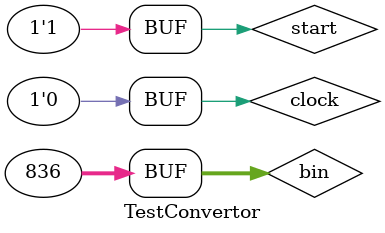
<source format=v>
`timescale 1ns / 1ps


module TestConvertor;

	// Inputs
	reg [31:0] bin;
	reg start;
	reg clock;

	// Outputs
	wire [31:0] bcd;
	wire End;

	// Instantiate the Unit Under Test (UUT)
	TwoToTenConvertor uut (
		.bin(bin), 
		.start(start), 
		.clock(clock), 
		.bcd(bcd), 
		.End(End)
	);

	initial begin
		// Initialize Inputs
		bin = 32'b1101000100;
		start = 1;
		clock = 0;

		// Wait 100 ns for global reset to finish
		#100;
        
		// Add stimulus here
		repeat(100)
		#10 clock = ~clock;
		
	end
      
endmodule


</source>
